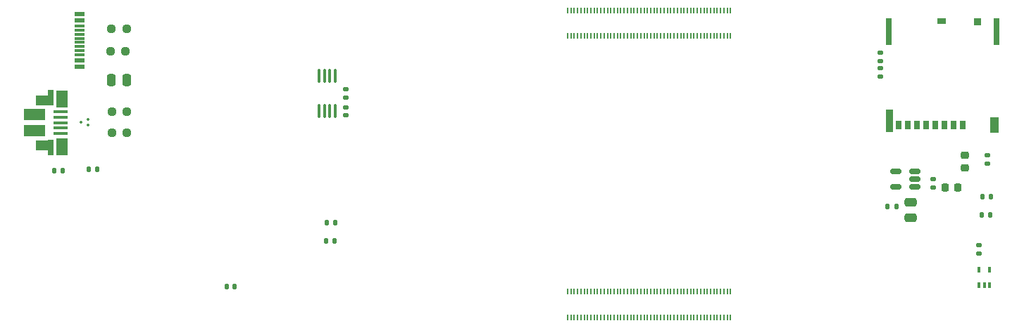
<source format=gbr>
%TF.GenerationSoftware,KiCad,Pcbnew,8.0.4*%
%TF.CreationDate,2024-11-24T01:25:27+11:00*%
%TF.ProjectId,cm4-bare-minimum,636d342d-6261-4726-952d-6d696e696d75,V0.1*%
%TF.SameCoordinates,Original*%
%TF.FileFunction,Paste,Top*%
%TF.FilePolarity,Positive*%
%FSLAX46Y46*%
G04 Gerber Fmt 4.6, Leading zero omitted, Abs format (unit mm)*
G04 Created by KiCad (PCBNEW 8.0.4) date 2024-11-24 01:25:27*
%MOMM*%
%LPD*%
G01*
G04 APERTURE LIST*
G04 Aperture macros list*
%AMRoundRect*
0 Rectangle with rounded corners*
0 $1 Rounding radius*
0 $2 $3 $4 $5 $6 $7 $8 $9 X,Y pos of 4 corners*
0 Add a 4 corners polygon primitive as box body*
4,1,4,$2,$3,$4,$5,$6,$7,$8,$9,$2,$3,0*
0 Add four circle primitives for the rounded corners*
1,1,$1+$1,$2,$3*
1,1,$1+$1,$4,$5*
1,1,$1+$1,$6,$7*
1,1,$1+$1,$8,$9*
0 Add four rect primitives between the rounded corners*
20,1,$1+$1,$2,$3,$4,$5,0*
20,1,$1+$1,$4,$5,$6,$7,0*
20,1,$1+$1,$6,$7,$8,$9,0*
20,1,$1+$1,$8,$9,$2,$3,0*%
G04 Aperture macros list end*
%ADD10RoundRect,0.135000X0.135000X0.185000X-0.135000X0.185000X-0.135000X-0.185000X0.135000X-0.185000X0*%
%ADD11RoundRect,0.140000X-0.170000X0.140000X-0.170000X-0.140000X0.170000X-0.140000X0.170000X0.140000X0*%
%ADD12RoundRect,0.237500X-0.250000X-0.237500X0.250000X-0.237500X0.250000X0.237500X-0.250000X0.237500X0*%
%ADD13RoundRect,0.135000X-0.135000X-0.185000X0.135000X-0.185000X0.135000X0.185000X-0.135000X0.185000X0*%
%ADD14RoundRect,0.140000X-0.140000X-0.170000X0.140000X-0.170000X0.140000X0.170000X-0.140000X0.170000X0*%
%ADD15RoundRect,0.218750X-0.256250X0.218750X-0.256250X-0.218750X0.256250X-0.218750X0.256250X0.218750X0*%
%ADD16RoundRect,0.135000X0.185000X-0.135000X0.185000X0.135000X-0.185000X0.135000X-0.185000X-0.135000X0*%
%ADD17RoundRect,0.135000X-0.185000X0.135000X-0.185000X-0.135000X0.185000X-0.135000X0.185000X0.135000X0*%
%ADD18RoundRect,0.218750X-0.218750X-0.256250X0.218750X-0.256250X0.218750X0.256250X-0.218750X0.256250X0*%
%ADD19RoundRect,0.100000X0.100000X-0.225000X0.100000X0.225000X-0.100000X0.225000X-0.100000X-0.225000X0*%
%ADD20RoundRect,0.100000X0.100000X-0.712500X0.100000X0.712500X-0.100000X0.712500X-0.100000X-0.712500X0*%
%ADD21R,1.150000X0.600000*%
%ADD22R,1.150000X0.300000*%
%ADD23R,0.700000X1.100000*%
%ADD24R,0.900000X0.930000*%
%ADD25R,1.050000X0.780000*%
%ADD26R,0.700000X3.330000*%
%ADD27R,1.140000X1.830000*%
%ADD28R,0.860000X2.800000*%
%ADD29RoundRect,0.250000X-0.250000X-0.475000X0.250000X-0.475000X0.250000X0.475000X-0.250000X0.475000X0*%
%ADD30RoundRect,0.150000X0.512500X0.150000X-0.512500X0.150000X-0.512500X-0.150000X0.512500X-0.150000X0*%
%ADD31R,0.200000X0.700000*%
%ADD32RoundRect,0.250000X-0.475000X0.250000X-0.475000X-0.250000X0.475000X-0.250000X0.475000X0.250000X0*%
%ADD33R,1.750000X0.400000*%
%ADD34R,0.700000X1.825000*%
%ADD35R,1.400000X2.000000*%
%ADD36R,2.000000X1.300000*%
%ADD37R,2.500000X1.425000*%
%ADD38RoundRect,0.075000X0.075000X-0.075000X0.075000X0.075000X-0.075000X0.075000X-0.075000X-0.075000X0*%
G04 APERTURE END LIST*
D10*
%TO.C,R11*%
X78285000Y-79275000D03*
X77265000Y-79275000D03*
%TD*%
D11*
%TO.C,C1*%
X79650000Y-63170000D03*
X79650000Y-64130000D03*
%TD*%
D12*
%TO.C,R2*%
X51512500Y-63725000D03*
X53337500Y-63725000D03*
%TD*%
%TO.C,R3*%
X51512500Y-66235000D03*
X53337500Y-66235000D03*
%TD*%
D13*
%TO.C,R17*%
X156140000Y-73900000D03*
X157160000Y-73900000D03*
%TD*%
D14*
%TO.C,C4*%
X65320000Y-84775000D03*
X66280000Y-84775000D03*
%TD*%
D15*
%TO.C,D2*%
X154062500Y-68912500D03*
X154062500Y-70487500D03*
%TD*%
D16*
%TO.C,R4*%
X143875000Y-57585000D03*
X143875000Y-56565000D03*
%TD*%
D12*
%TO.C,R7*%
X51337500Y-56450000D03*
X53162500Y-56450000D03*
%TD*%
D13*
%TO.C,R15*%
X48740000Y-70625000D03*
X49760000Y-70625000D03*
%TD*%
D17*
%TO.C,R1*%
X79650000Y-61015000D03*
X79650000Y-62035000D03*
%TD*%
D18*
%TO.C,D1*%
X151650000Y-72875000D03*
X153225000Y-72875000D03*
%TD*%
D17*
%TO.C,R9*%
X155750000Y-79790000D03*
X155750000Y-80810000D03*
%TD*%
D10*
%TO.C,R8*%
X145810000Y-75150000D03*
X144790000Y-75150000D03*
%TD*%
D19*
%TO.C,U4*%
X155762500Y-84600000D03*
X156412500Y-84600000D03*
X157062500Y-84600000D03*
X157062500Y-82700000D03*
X155762500Y-82700000D03*
%TD*%
D12*
%TO.C,R6*%
X51487500Y-53725000D03*
X53312500Y-53725000D03*
%TD*%
D20*
%TO.C,U2*%
X76425000Y-63612500D03*
X77075000Y-63612500D03*
X77725000Y-63612500D03*
X78375000Y-63612500D03*
X78375000Y-59387500D03*
X77725000Y-59387500D03*
X77075000Y-59387500D03*
X76425000Y-59387500D03*
%TD*%
D21*
%TO.C,J4*%
X47655000Y-51895000D03*
X47655000Y-52695000D03*
D22*
X47655000Y-53845000D03*
X47655000Y-54845000D03*
X47655000Y-55345000D03*
X47655000Y-56345000D03*
D21*
X47655000Y-58295000D03*
X47655000Y-57495000D03*
D22*
X47655000Y-56845000D03*
X47655000Y-55845000D03*
X47655000Y-54345000D03*
X47655000Y-53345000D03*
%TD*%
D13*
%TO.C,R16*%
X156115000Y-76125000D03*
X157135000Y-76125000D03*
%TD*%
D23*
%TO.C,J3*%
X153780000Y-65300000D03*
X152680000Y-65300000D03*
X151580000Y-65300000D03*
X150480000Y-65300000D03*
X149380000Y-65300000D03*
X148280000Y-65300000D03*
X147180000Y-65300000D03*
X146080000Y-65300000D03*
D24*
X155570000Y-52835000D03*
D25*
X151305000Y-52760000D03*
D26*
X157880000Y-54035000D03*
D27*
X157660000Y-65285000D03*
D28*
X145000000Y-64800000D03*
D26*
X144920000Y-54035000D03*
%TD*%
D29*
%TO.C,C3*%
X51425000Y-59900000D03*
X53325000Y-59900000D03*
%TD*%
D16*
%TO.C,R10*%
X150262500Y-72860000D03*
X150262500Y-71840000D03*
%TD*%
D17*
%TO.C,R12*%
X156762500Y-68915000D03*
X156762500Y-69935000D03*
%TD*%
D30*
%TO.C,U3*%
X148012500Y-72787500D03*
X148012500Y-71837500D03*
X148012500Y-70887500D03*
X145737500Y-70887500D03*
X145737500Y-72787500D03*
%TD*%
D31*
%TO.C,Module1*%
X106300000Y-88475000D03*
X106300000Y-85395000D03*
X106700000Y-88475000D03*
X106700000Y-85395000D03*
X107100000Y-88475000D03*
X107100000Y-85395000D03*
X107500000Y-88475000D03*
X107500000Y-85395000D03*
X107900000Y-88475000D03*
X107900000Y-85395000D03*
X108300000Y-88475000D03*
X108300000Y-85395000D03*
X108700000Y-88475000D03*
X108700000Y-85395000D03*
X109100000Y-88475000D03*
X109100000Y-85395000D03*
X109500000Y-88475000D03*
X109500000Y-85395000D03*
X109900000Y-88475000D03*
X109900000Y-85395000D03*
X110300000Y-88475000D03*
X110300000Y-85395000D03*
X110700000Y-88475000D03*
X110700000Y-85395000D03*
X111100000Y-88475000D03*
X111100000Y-85395000D03*
X111500000Y-88475000D03*
X111500000Y-85395000D03*
X111900000Y-88475000D03*
X111900000Y-85395000D03*
X112300000Y-88475000D03*
X112300000Y-85395000D03*
X112700000Y-88475000D03*
X112700000Y-85395000D03*
X113100000Y-88475000D03*
X113100000Y-85395000D03*
X113500000Y-88475000D03*
X113500000Y-85395000D03*
X113900000Y-88475000D03*
X113900000Y-85395000D03*
X114300000Y-88475000D03*
X114300000Y-85395000D03*
X114700000Y-88475000D03*
X114700000Y-85395000D03*
X115100000Y-88475000D03*
X115100000Y-85395000D03*
X115500000Y-88475000D03*
X115500000Y-85395000D03*
X115900000Y-88475000D03*
X115900000Y-85395000D03*
X116300000Y-88475000D03*
X116300000Y-85395000D03*
X116700000Y-88475000D03*
X116700000Y-85395000D03*
X117100000Y-88475000D03*
X117100000Y-85395000D03*
X117500000Y-88475000D03*
X117500000Y-85395000D03*
X117900000Y-88475000D03*
X117900000Y-85395000D03*
X118300000Y-88475000D03*
X118300000Y-85395000D03*
X118700000Y-88475000D03*
X118700000Y-85395000D03*
X119100000Y-88475000D03*
X119100000Y-85395000D03*
X119500000Y-88475000D03*
X119500000Y-85395000D03*
X119900000Y-88475000D03*
X119900000Y-85395000D03*
X120300000Y-88475000D03*
X120300000Y-85395000D03*
X120700000Y-88475000D03*
X120700000Y-85395000D03*
X121100000Y-88475000D03*
X121100000Y-85395000D03*
X121500000Y-88475000D03*
X121500000Y-85395000D03*
X121900000Y-88475000D03*
X121900000Y-85395000D03*
X122300000Y-88475000D03*
X122300000Y-85395000D03*
X122700000Y-88475000D03*
X122700000Y-85395000D03*
X123100000Y-88475000D03*
X123100000Y-85395000D03*
X123500000Y-88475000D03*
X123500000Y-85395000D03*
X123900000Y-88475000D03*
X123900000Y-85395000D03*
X124300000Y-88475000D03*
X124300000Y-85395000D03*
X124700000Y-88475000D03*
X124700000Y-85395000D03*
X125100000Y-88475000D03*
X125100000Y-85395000D03*
X125500000Y-88475000D03*
X125500000Y-85395000D03*
X125900000Y-88475000D03*
X125900000Y-85395000D03*
X106300000Y-54555000D03*
X106300000Y-51475000D03*
X106700000Y-54555000D03*
X106700000Y-51475000D03*
X107100000Y-54555000D03*
X107100000Y-51475000D03*
X107500000Y-54555000D03*
X107500000Y-51475000D03*
X107900000Y-54555000D03*
X107900000Y-51475000D03*
X108300000Y-54555000D03*
X108300000Y-51475000D03*
X108700000Y-54555000D03*
X108700000Y-51475000D03*
X109100000Y-54555000D03*
X109100000Y-51475000D03*
X109500000Y-54555000D03*
X109500000Y-51475000D03*
X109900000Y-54555000D03*
X109900000Y-51475000D03*
X110300000Y-54555000D03*
X110300000Y-51475000D03*
X110700000Y-54555000D03*
X110700000Y-51475000D03*
X111100000Y-54555000D03*
X111100000Y-51475000D03*
X111500000Y-54555000D03*
X111500000Y-51475000D03*
X111900000Y-54555000D03*
X111900000Y-51475000D03*
X112300000Y-54555000D03*
X112300000Y-51475000D03*
X112700000Y-54555000D03*
X112700000Y-51475000D03*
X113100000Y-54555000D03*
X113100000Y-51475000D03*
X113500000Y-54555000D03*
X113500000Y-51475000D03*
X113900000Y-54555000D03*
X113900000Y-51475000D03*
X114300000Y-54555000D03*
X114300000Y-51475000D03*
X114700000Y-54555000D03*
X114700000Y-51475000D03*
X115100000Y-54555000D03*
X115100000Y-51475000D03*
X115500000Y-54555000D03*
X115500000Y-51475000D03*
X115900000Y-54555000D03*
X115900000Y-51475000D03*
X116300000Y-54555000D03*
X116300000Y-51475000D03*
X116700000Y-54555000D03*
X116700000Y-51475000D03*
X117100000Y-54555000D03*
X117100000Y-51475000D03*
X117500000Y-54555000D03*
X117500000Y-51475000D03*
X117900000Y-54555000D03*
X117900000Y-51475000D03*
X118300000Y-54555000D03*
X118300000Y-51475000D03*
X118700000Y-54555000D03*
X118700000Y-51475000D03*
X119100000Y-54555000D03*
X119100000Y-51475000D03*
X119500000Y-54555000D03*
X119500000Y-51475000D03*
X119900000Y-54555000D03*
X119900000Y-51475000D03*
X120300000Y-54555000D03*
X120300000Y-51475000D03*
X120700000Y-54555000D03*
X120700000Y-51475000D03*
X121100000Y-54555000D03*
X121100000Y-51475000D03*
X121500000Y-54555000D03*
X121500000Y-51475000D03*
X121900000Y-54555000D03*
X121900000Y-51475000D03*
X122300000Y-54555000D03*
X122300000Y-51475000D03*
X122700000Y-54555000D03*
X122700000Y-51475000D03*
X123100000Y-54555000D03*
X123100000Y-51475000D03*
X123500000Y-54555000D03*
X123500000Y-51475000D03*
X123900000Y-54555000D03*
X123900000Y-51475000D03*
X124300000Y-54555000D03*
X124300000Y-51475000D03*
X124700000Y-54555000D03*
X124700000Y-51475000D03*
X125100000Y-54555000D03*
X125100000Y-51475000D03*
X125500000Y-54555000D03*
X125500000Y-51475000D03*
X125900000Y-54555000D03*
X125900000Y-51475000D03*
%TD*%
D16*
%TO.C,R5*%
X143900000Y-59460000D03*
X143900000Y-58440000D03*
%TD*%
D32*
%TO.C,C2*%
X147575000Y-74575000D03*
X147575000Y-76475000D03*
%TD*%
D13*
%TO.C,R14*%
X44590000Y-70825000D03*
X45610000Y-70825000D03*
%TD*%
D33*
%TO.C,J2*%
X45320000Y-63725000D03*
X45320000Y-64375000D03*
X45320000Y-65025000D03*
X45320000Y-65675000D03*
X45320000Y-66325000D03*
D34*
X44200000Y-62037500D03*
D35*
X45560000Y-62175000D03*
D36*
X43430000Y-62300000D03*
D37*
X42250000Y-64062500D03*
X42250000Y-65987500D03*
D36*
X43430000Y-67750000D03*
D35*
X45560000Y-67925000D03*
D34*
X44200000Y-68012500D03*
%TD*%
D38*
%TO.C,U1*%
X48687500Y-65297500D03*
X48687500Y-64597500D03*
X47837500Y-64947500D03*
%TD*%
D10*
%TO.C,R13*%
X78385000Y-77075000D03*
X77365000Y-77075000D03*
%TD*%
M02*

</source>
